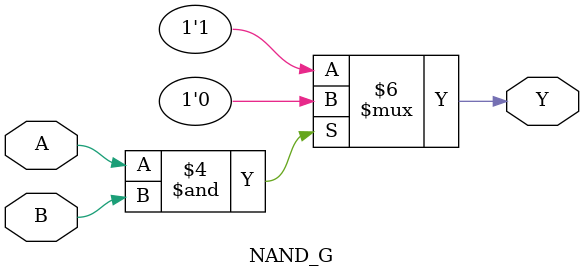
<source format=v>
module NAND_G (output reg Y, input A, B);  //declaring the module
always @ (A or B) begin                       // (A, B) is the sensitivity list or the trigger list.
    if (A == 1'b1 & B == 1'b1) begin          // states that if both A and B are 1, then Y has to be 0.
        Y = 1'b0;
    end
    else 
        Y = 1'b1; 
end
endmodule                                     //used to terminate the module
</source>
